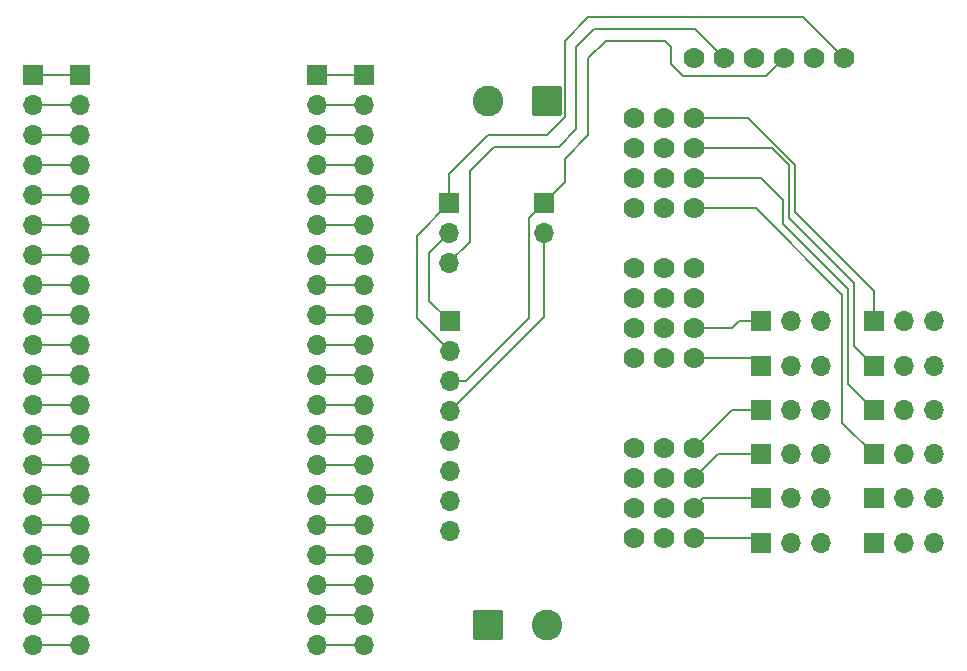
<source format=gbr>
%TF.GenerationSoftware,KiCad,Pcbnew,9.0.0*%
%TF.CreationDate,2025-03-26T16:26:24-04:00*%
%TF.ProjectId,spotmicro20mm,73706f74-6d69-4637-926f-32306d6d2e6b,rev?*%
%TF.SameCoordinates,Original*%
%TF.FileFunction,Copper,L1,Top*%
%TF.FilePolarity,Positive*%
%FSLAX46Y46*%
G04 Gerber Fmt 4.6, Leading zero omitted, Abs format (unit mm)*
G04 Created by KiCad (PCBNEW 9.0.0) date 2025-03-26 16:26:24*
%MOMM*%
%LPD*%
G01*
G04 APERTURE LIST*
G04 Aperture macros list*
%AMRoundRect*
0 Rectangle with rounded corners*
0 $1 Rounding radius*
0 $2 $3 $4 $5 $6 $7 $8 $9 X,Y pos of 4 corners*
0 Add a 4 corners polygon primitive as box body*
4,1,4,$2,$3,$4,$5,$6,$7,$8,$9,$2,$3,0*
0 Add four circle primitives for the rounded corners*
1,1,$1+$1,$2,$3*
1,1,$1+$1,$4,$5*
1,1,$1+$1,$6,$7*
1,1,$1+$1,$8,$9*
0 Add four rect primitives between the rounded corners*
20,1,$1+$1,$2,$3,$4,$5,0*
20,1,$1+$1,$4,$5,$6,$7,0*
20,1,$1+$1,$6,$7,$8,$9,0*
20,1,$1+$1,$8,$9,$2,$3,0*%
G04 Aperture macros list end*
%TA.AperFunction,ComponentPad*%
%ADD10R,1.700000X1.700000*%
%TD*%
%TA.AperFunction,ComponentPad*%
%ADD11O,1.700000X1.700000*%
%TD*%
%TA.AperFunction,ComponentPad*%
%ADD12RoundRect,0.250000X1.050000X1.050000X-1.050000X1.050000X-1.050000X-1.050000X1.050000X-1.050000X0*%
%TD*%
%TA.AperFunction,ComponentPad*%
%ADD13C,2.600000*%
%TD*%
%TA.AperFunction,ComponentPad*%
%ADD14RoundRect,0.250000X-1.050000X-1.050000X1.050000X-1.050000X1.050000X1.050000X-1.050000X1.050000X0*%
%TD*%
%TA.AperFunction,ComponentPad*%
%ADD15C,1.778000*%
%TD*%
%TA.AperFunction,Conductor*%
%ADD16C,0.200000*%
%TD*%
G04 APERTURE END LIST*
D10*
%TO.P,J9,1,Pin_1*%
%TO.N,/PWM-7*%
X146170000Y-88000000D03*
D11*
%TO.P,J9,2,Pin_2*%
%TO.N,/S2-PWR*%
X148710000Y-88000000D03*
%TO.P,J9,3,Pin_3*%
%TO.N,/S2-GND*%
X151250000Y-88000000D03*
%TD*%
D10*
%TO.P,J14,1,Pin_1*%
%TO.N,/ESP-32Pin*%
X88500000Y-63360000D03*
D11*
%TO.P,J14,2,Pin_2*%
X88500000Y-65900000D03*
%TO.P,J14,3,Pin_3*%
X88500000Y-68440000D03*
%TO.P,J14,4,Pin_4*%
X88500000Y-70980000D03*
%TO.P,J14,5,Pin_5*%
X88500000Y-73520000D03*
%TO.P,J14,6,Pin_6*%
X88500000Y-76060000D03*
%TO.P,J14,7,Pin_7*%
X88500000Y-78600000D03*
%TO.P,J14,8,Pin_8*%
X88500000Y-81140000D03*
%TO.P,J14,9,Pin_9*%
X88500000Y-83680000D03*
%TO.P,J14,10,Pin_10*%
X88500000Y-86220000D03*
%TO.P,J14,11,Pin_11*%
X88500000Y-88760000D03*
%TO.P,J14,12,Pin_12*%
X88500000Y-91300000D03*
%TO.P,J14,13,Pin_13*%
X88500000Y-93840000D03*
%TO.P,J14,14,Pin_14*%
X88500000Y-96380000D03*
%TO.P,J14,15,Pin_15*%
X88500000Y-98920000D03*
%TO.P,J14,16,Pin_16*%
X88500000Y-101460000D03*
%TO.P,J14,17,Pin_17*%
X88500000Y-104000000D03*
%TO.P,J14,18,Pin_18*%
X88500000Y-106540000D03*
%TO.P,J14,19,Pin_19*%
X88500000Y-109080000D03*
%TO.P,J14,20,Pin_20*%
X88500000Y-111620000D03*
%TD*%
D10*
%TO.P,J6,1,Pin_1*%
%TO.N,/PWM-4*%
X155670000Y-99250000D03*
D11*
%TO.P,J6,2,Pin_2*%
%TO.N,/S1-PWR*%
X158210000Y-99250000D03*
%TO.P,J6,3,Pin_3*%
%TO.N,/S1-GND*%
X160750000Y-99250000D03*
%TD*%
D10*
%TO.P,J18,1,Pin_1*%
%TO.N,/Global SCL*%
X127750000Y-74250000D03*
D11*
%TO.P,J18,2,Pin_2*%
%TO.N,/Global SDA*%
X127750000Y-76790000D03*
%TD*%
D12*
%TO.P,J21,1,Pin_1*%
%TO.N,/S2-PWR*%
X127993453Y-65577500D03*
D13*
%TO.P,J21,2,Pin_2*%
%TO.N,/S2-GND*%
X122993453Y-65577500D03*
%TD*%
D10*
%TO.P,J4,1,Pin_1*%
%TO.N,/PWM-2*%
X155670000Y-91750000D03*
D11*
%TO.P,J4,2,Pin_2*%
%TO.N,/S1-PWR*%
X158210000Y-91750000D03*
%TO.P,J4,3,Pin_3*%
%TO.N,/S1-GND*%
X160750000Y-91750000D03*
%TD*%
D10*
%TO.P,J17,1,Pin_1*%
%TO.N,/ESP-32Pin*%
X112500000Y-63400000D03*
D11*
%TO.P,J17,2,Pin_2*%
X112500000Y-65940000D03*
%TO.P,J17,3,Pin_3*%
X112500000Y-68480000D03*
%TO.P,J17,4,Pin_4*%
X112500000Y-71020000D03*
%TO.P,J17,5,Pin_5*%
X112500000Y-73560000D03*
%TO.P,J17,6,Pin_6*%
X112500000Y-76100000D03*
%TO.P,J17,7,Pin_7*%
X112500000Y-78640000D03*
%TO.P,J17,8,Pin_8*%
X112500000Y-81180000D03*
%TO.P,J17,9,Pin_9*%
X112500000Y-83720000D03*
%TO.P,J17,10,Pin_10*%
X112500000Y-86260000D03*
%TO.P,J17,11,Pin_11*%
X112500000Y-88800000D03*
%TO.P,J17,12,Pin_12*%
X112500000Y-91340000D03*
%TO.P,J17,13,Pin_13*%
X112500000Y-93880000D03*
%TO.P,J17,14,Pin_14*%
X112500000Y-96420000D03*
%TO.P,J17,15,Pin_15*%
X112500000Y-98960000D03*
%TO.P,J17,16,Pin_16*%
X112500000Y-101500000D03*
%TO.P,J17,17,Pin_17*%
X112500000Y-104040000D03*
%TO.P,J17,18,Pin_18*%
X112500000Y-106580000D03*
%TO.P,J17,19,Pin_19*%
X112500000Y-109120000D03*
%TO.P,J17,20,Pin_20*%
X112500000Y-111660000D03*
%TD*%
D10*
%TO.P,J13,1,Pin_1*%
%TO.N,/PWM-11*%
X146170000Y-103000000D03*
D11*
%TO.P,J13,2,Pin_2*%
%TO.N,/S2-PWR*%
X148710000Y-103000000D03*
%TO.P,J13,3,Pin_3*%
%TO.N,/S2-GND*%
X151250000Y-103000000D03*
%TD*%
D10*
%TO.P,J3,1,Pin_1*%
%TO.N,/PWM-1*%
X155670000Y-88000000D03*
D11*
%TO.P,J3,2,Pin_2*%
%TO.N,/S1-PWR*%
X158210000Y-88000000D03*
%TO.P,J3,3,Pin_3*%
%TO.N,/S1-GND*%
X160750000Y-88000000D03*
%TD*%
D10*
%TO.P,J15,1,Pin_1*%
%TO.N,/ESP-32Pin*%
X108500000Y-63400000D03*
D11*
%TO.P,J15,2,Pin_2*%
X108500000Y-65940000D03*
%TO.P,J15,3,Pin_3*%
X108500000Y-68480000D03*
%TO.P,J15,4,Pin_4*%
X108500000Y-71020000D03*
%TO.P,J15,5,Pin_5*%
X108500000Y-73560000D03*
%TO.P,J15,6,Pin_6*%
X108500000Y-76100000D03*
%TO.P,J15,7,Pin_7*%
X108500000Y-78640000D03*
%TO.P,J15,8,Pin_8*%
X108500000Y-81180000D03*
%TO.P,J15,9,Pin_9*%
X108500000Y-83720000D03*
%TO.P,J15,10,Pin_10*%
X108500000Y-86260000D03*
%TO.P,J15,11,Pin_11*%
X108500000Y-88800000D03*
%TO.P,J15,12,Pin_12*%
X108500000Y-91340000D03*
%TO.P,J15,13,Pin_13*%
X108500000Y-93880000D03*
%TO.P,J15,14,Pin_14*%
X108500000Y-96420000D03*
%TO.P,J15,15,Pin_15*%
X108500000Y-98960000D03*
%TO.P,J15,16,Pin_16*%
X108500000Y-101500000D03*
%TO.P,J15,17,Pin_17*%
X108500000Y-104040000D03*
%TO.P,J15,18,Pin_18*%
X108500000Y-106580000D03*
%TO.P,J15,19,Pin_19*%
X108500000Y-109120000D03*
%TO.P,J15,20,Pin_20*%
X108500000Y-111660000D03*
%TD*%
D10*
%TO.P,J11,1,Pin_1*%
%TO.N,/PWM-9*%
X146170000Y-95500000D03*
D11*
%TO.P,J11,2,Pin_2*%
%TO.N,/S2-PWR*%
X148710000Y-95500000D03*
%TO.P,J11,3,Pin_3*%
%TO.N,/S2-GND*%
X151250000Y-95500000D03*
%TD*%
D14*
%TO.P,J1,1,Pin_1*%
%TO.N,/S1-PWR*%
X123000000Y-110000000D03*
D13*
%TO.P,J1,2,Pin_2*%
%TO.N,/S1-GND*%
X128000000Y-110000000D03*
%TD*%
D10*
%TO.P,J16,1,Pin_1*%
%TO.N,/ESP-32Pin*%
X84500000Y-63360000D03*
D11*
%TO.P,J16,2,Pin_2*%
X84500000Y-65900000D03*
%TO.P,J16,3,Pin_3*%
X84500000Y-68440000D03*
%TO.P,J16,4,Pin_4*%
X84500000Y-70980000D03*
%TO.P,J16,5,Pin_5*%
X84500000Y-73520000D03*
%TO.P,J16,6,Pin_6*%
X84500000Y-76060000D03*
%TO.P,J16,7,Pin_7*%
X84500000Y-78600000D03*
%TO.P,J16,8,Pin_8*%
X84500000Y-81140000D03*
%TO.P,J16,9,Pin_9*%
X84500000Y-83680000D03*
%TO.P,J16,10,Pin_10*%
X84500000Y-86220000D03*
%TO.P,J16,11,Pin_11*%
X84500000Y-88760000D03*
%TO.P,J16,12,Pin_12*%
X84500000Y-91300000D03*
%TO.P,J16,13,Pin_13*%
X84500000Y-93840000D03*
%TO.P,J16,14,Pin_14*%
X84500000Y-96380000D03*
%TO.P,J16,15,Pin_15*%
X84500000Y-98920000D03*
%TO.P,J16,16,Pin_16*%
X84500000Y-101460000D03*
%TO.P,J16,17,Pin_17*%
X84500000Y-104000000D03*
%TO.P,J16,18,Pin_18*%
X84500000Y-106540000D03*
%TO.P,J16,19,Pin_19*%
X84500000Y-109080000D03*
%TO.P,J16,20,Pin_20*%
X84500000Y-111620000D03*
%TD*%
D10*
%TO.P,J8,1,Pin_1*%
%TO.N,/PWM-6*%
X146170000Y-84250000D03*
D11*
%TO.P,J8,2,Pin_2*%
%TO.N,/S2-PWR*%
X148710000Y-84250000D03*
%TO.P,J8,3,Pin_3*%
%TO.N,/S2-GND*%
X151250000Y-84250000D03*
%TD*%
D10*
%TO.P,J5,1,Pin_1*%
%TO.N,/PWM-3*%
X155670000Y-95500000D03*
D11*
%TO.P,J5,2,Pin_2*%
%TO.N,/S1-PWR*%
X158210000Y-95500000D03*
%TO.P,J5,3,Pin_3*%
%TO.N,/S1-GND*%
X160750000Y-95500000D03*
%TD*%
D10*
%TO.P,J10,1,Pin_1*%
%TO.N,/PWM-8*%
X146170000Y-91750000D03*
D11*
%TO.P,J10,2,Pin_2*%
%TO.N,/S2-PWR*%
X148710000Y-91750000D03*
%TO.P,J10,3,Pin_3*%
%TO.N,/S2-GND*%
X151250000Y-91750000D03*
%TD*%
D10*
%TO.P,J20,1,Pin_1*%
%TO.N,/ESP32-3v3*%
X119800000Y-84260000D03*
D11*
%TO.P,J20,2,Pin_2*%
%TO.N,/ESP32-GND*%
X119800000Y-86800000D03*
%TO.P,J20,3,Pin_3*%
%TO.N,/Global SCL*%
X119800000Y-89340000D03*
%TO.P,J20,4,Pin_4*%
%TO.N,/Global SDA*%
X119800000Y-91880000D03*
%TO.P,J20,5,Pin_5*%
%TO.N,unconnected-(J20-Pin_5-Pad5)*%
X119800000Y-94420000D03*
%TO.P,J20,6,Pin_6*%
%TO.N,unconnected-(J20-Pin_6-Pad6)*%
X119800000Y-96960000D03*
%TO.P,J20,7,Pin_7*%
%TO.N,unconnected-(J20-Pin_7-Pad7)*%
X119800000Y-99500000D03*
%TO.P,J20,8,Pin_8*%
%TO.N,unconnected-(J20-Pin_8-Pad8)*%
X119800000Y-102040000D03*
%TD*%
D10*
%TO.P,J12,1,Pin_1*%
%TO.N,/PWM-10*%
X146170000Y-99250000D03*
D11*
%TO.P,J12,2,Pin_2*%
%TO.N,/S2-PWR*%
X148710000Y-99250000D03*
%TO.P,J12,3,Pin_3*%
%TO.N,/S2-GND*%
X151250000Y-99250000D03*
%TD*%
D10*
%TO.P,J19,1,Pin_1*%
%TO.N,/ESP32-GND*%
X119750000Y-74210000D03*
D11*
%TO.P,J19,2,Pin_2*%
%TO.N,/ESP32-3v3*%
X119750000Y-76750000D03*
%TO.P,J19,3,Pin_3*%
%TO.N,/ESP32-5v*%
X119750000Y-79290000D03*
%TD*%
D10*
%TO.P,J7,1,Pin_1*%
%TO.N,/PWM-5*%
X155670000Y-103000000D03*
D11*
%TO.P,J7,2,Pin_2*%
%TO.N,/S1-PWR*%
X158210000Y-103000000D03*
%TO.P,J7,3,Pin_3*%
%TO.N,/S1-GND*%
X160750000Y-103000000D03*
%TD*%
D15*
%TO.P,U2,0,PWM_0*%
%TO.N,/PWM-0*%
X140440000Y-67050000D03*
%TO.P,U2,1,PWM_1*%
%TO.N,/PWM-1*%
X140440000Y-69590000D03*
%TO.P,U2,2,PWM_2*%
%TO.N,/PWM-2*%
X140440000Y-72130000D03*
%TO.P,U2,3,PWM_3*%
%TO.N,/PWM-3*%
X140440000Y-74670000D03*
%TO.P,U2,4,PWM_4*%
%TO.N,/PWM-4*%
X140440000Y-79750000D03*
%TO.P,U2,5,PWM_5*%
%TO.N,/PWM-5*%
X140440000Y-82290000D03*
%TO.P,U2,6,PWM_6*%
%TO.N,/PWM-6*%
X140440000Y-84830000D03*
%TO.P,U2,7,PWM_7*%
%TO.N,/PWM-7*%
X140440000Y-87370000D03*
%TO.P,U2,8,PWM_8*%
%TO.N,/PWM-8*%
X140440000Y-94990000D03*
%TO.P,U2,9,PWM_9*%
%TO.N,/PWM-9*%
X140440000Y-97530000D03*
%TO.P,U2,10,PWM_10*%
%TO.N,/PWM-10*%
X140440000Y-100070000D03*
%TO.P,U2,11,PWM_11*%
%TO.N,/PWM-11*%
X140440000Y-102610000D03*
%TO.P,U2,GND_1,GND*%
%TO.N,/ESP32-GND*%
X153140000Y-61970000D03*
%TO.P,U2,GND_3*%
%TO.N,N/C*%
X135360000Y-67050000D03*
%TO.P,U2,GND_4*%
X135360000Y-69590000D03*
%TO.P,U2,GND_5*%
X135360000Y-72130000D03*
%TO.P,U2,GND_6*%
X135360000Y-74670000D03*
%TO.P,U2,GND_7*%
X135360000Y-79750000D03*
%TO.P,U2,GND_8*%
X135360000Y-82290000D03*
%TO.P,U2,GND_9*%
X135360000Y-84830000D03*
%TO.P,U2,GND_10*%
X135360000Y-87370000D03*
%TO.P,U2,GND_11*%
X135360000Y-94990000D03*
%TO.P,U2,GND_12*%
X135360000Y-97530000D03*
%TO.P,U2,GND_13*%
X135360000Y-100070000D03*
%TO.P,U2,GND_14*%
X135360000Y-102610000D03*
%TO.P,U2,OE_1*%
X150600000Y-61970000D03*
%TO.P,U2,SCL_1,SCL*%
%TO.N,/Global SCL*%
X148060000Y-61970000D03*
%TO.P,U2,SDA_1,SDA*%
%TO.N,/Global SDA*%
X145520000Y-61970000D03*
%TO.P,U2,V+_1,V+*%
%TO.N,unconnected-(U2-V+-PadV+_1)*%
X140440000Y-61970000D03*
%TO.P,U2,V+_3*%
%TO.N,N/C*%
X137900000Y-67050000D03*
%TO.P,U2,V+_4*%
X137900000Y-69590000D03*
%TO.P,U2,V+_5*%
X137900000Y-72130000D03*
%TO.P,U2,V+_6*%
X137900000Y-74670000D03*
%TO.P,U2,V+_7*%
X137900000Y-79750000D03*
%TO.P,U2,V+_8*%
X137900000Y-82290000D03*
%TO.P,U2,V+_9*%
X137900000Y-84830000D03*
%TO.P,U2,V+_10*%
X137900000Y-87370000D03*
%TO.P,U2,V+_11*%
X137900000Y-94990000D03*
%TO.P,U2,V+_12*%
X137900000Y-97530000D03*
%TO.P,U2,V+_13*%
X137900000Y-100070000D03*
%TO.P,U2,V+_14*%
X137900000Y-102610000D03*
%TO.P,U2,VCC_1,VCC*%
%TO.N,/ESP32-5v*%
X142980000Y-61970000D03*
%TD*%
D10*
%TO.P,J2,1,Pin_1*%
%TO.N,/PWM-0*%
X155670000Y-84250000D03*
D11*
%TO.P,J2,2,Pin_2*%
%TO.N,/S1-PWR*%
X158210000Y-84250000D03*
%TO.P,J2,3,Pin_3*%
%TO.N,/S1-GND*%
X160750000Y-84250000D03*
%TD*%
D16*
%TO.N,/PWM-0*%
X149000000Y-71000000D02*
X149000000Y-75000000D01*
X145050000Y-67050000D02*
X149000000Y-71000000D01*
X149000000Y-75000000D02*
X155670000Y-81670000D01*
X140440000Y-67050000D02*
X145050000Y-67050000D01*
X155670000Y-81670000D02*
X155670000Y-84250000D01*
%TO.N,/PWM-1*%
X148467157Y-71032843D02*
X148467157Y-75467157D01*
X148467157Y-75467157D02*
X154000000Y-81000000D01*
X154000000Y-86330000D02*
X155670000Y-88000000D01*
X147024314Y-69590000D02*
X148467157Y-71032843D01*
X154000000Y-81000000D02*
X154000000Y-86330000D01*
X140440000Y-69590000D02*
X147024314Y-69590000D01*
%TO.N,/PWM-2*%
X155670000Y-91750000D02*
X153500000Y-89580000D01*
X153500000Y-89580000D02*
X153500000Y-81500000D01*
X148000000Y-74000000D02*
X146130000Y-72130000D01*
X146130000Y-72130000D02*
X140440000Y-72130000D01*
X148000000Y-76000000D02*
X148000000Y-74000000D01*
X153500000Y-81500000D02*
X148000000Y-76000000D01*
%TO.N,/PWM-3*%
X153000000Y-92830000D02*
X155670000Y-95500000D01*
X145670000Y-74670000D02*
X153000000Y-82000000D01*
X140440000Y-74670000D02*
X145670000Y-74670000D01*
X153000000Y-82000000D02*
X153000000Y-92830000D01*
%TO.N,/PWM-6*%
X143670000Y-84830000D02*
X144250000Y-84250000D01*
X140440000Y-84830000D02*
X143670000Y-84830000D01*
X144250000Y-84250000D02*
X146170000Y-84250000D01*
%TO.N,/PWM-7*%
X145540000Y-87370000D02*
X146170000Y-88000000D01*
X140440000Y-87370000D02*
X145540000Y-87370000D01*
%TO.N,/PWM-8*%
X143680000Y-91750000D02*
X146170000Y-91750000D01*
X140440000Y-94990000D02*
X143680000Y-91750000D01*
%TO.N,/PWM-9*%
X142470000Y-95500000D02*
X146170000Y-95500000D01*
X140440000Y-97530000D02*
X142470000Y-95500000D01*
%TO.N,/PWM-10*%
X140440000Y-100070000D02*
X141260000Y-99250000D01*
X141260000Y-99250000D02*
X146170000Y-99250000D01*
%TO.N,/PWM-11*%
X145780000Y-102610000D02*
X146170000Y-103000000D01*
X140440000Y-102610000D02*
X145780000Y-102610000D01*
%TO.N,/ESP-32Pin*%
X88500000Y-88760000D02*
X84500000Y-88760000D01*
X112500000Y-68480000D02*
X108500000Y-68480000D01*
X88500000Y-98920000D02*
X84500000Y-98920000D01*
X108500000Y-83720000D02*
X112500000Y-83720000D01*
X84500000Y-73520000D02*
X88500000Y-73520000D01*
X112500000Y-101500000D02*
X108500000Y-101500000D01*
X112500000Y-96420000D02*
X108500000Y-96420000D01*
X112500000Y-76100000D02*
X108500000Y-76100000D01*
X88500000Y-65900000D02*
X84500000Y-65900000D01*
X84500000Y-93840000D02*
X88500000Y-93840000D01*
X108500000Y-98960000D02*
X112500000Y-98960000D01*
X84500000Y-101460000D02*
X88500000Y-101460000D01*
X112500000Y-81180000D02*
X108500000Y-81180000D01*
X108500000Y-71020000D02*
X112500000Y-71020000D01*
X112500000Y-104040000D02*
X108500000Y-104040000D01*
X112500000Y-86260000D02*
X108500000Y-86260000D01*
X112500000Y-106580000D02*
X108500000Y-106580000D01*
X108500000Y-93880000D02*
X112500000Y-93880000D01*
X88500000Y-106540000D02*
X84500000Y-106540000D01*
X108500000Y-88800000D02*
X112500000Y-88800000D01*
X112500000Y-91340000D02*
X108500000Y-91340000D01*
X112500000Y-111660000D02*
X108500000Y-111660000D01*
X88500000Y-111620000D02*
X84500000Y-111620000D01*
X88500000Y-91300000D02*
X84500000Y-91300000D01*
X108500000Y-73560000D02*
X112500000Y-73560000D01*
X88500000Y-76060000D02*
X84500000Y-76060000D01*
X108500000Y-109120000D02*
X112500000Y-109120000D01*
X84500000Y-78600000D02*
X88500000Y-78600000D01*
X88500000Y-104000000D02*
X84500000Y-104000000D01*
X84500000Y-63360000D02*
X88500000Y-63360000D01*
X88500000Y-96380000D02*
X84500000Y-96380000D01*
X108500000Y-78640000D02*
X112500000Y-78640000D01*
X88500000Y-70980000D02*
X84500000Y-70980000D01*
X84500000Y-68440000D02*
X88500000Y-68440000D01*
X84500000Y-86220000D02*
X88500000Y-86220000D01*
X84500000Y-109080000D02*
X88500000Y-109080000D01*
X88500000Y-81140000D02*
X84500000Y-81140000D01*
X88500000Y-83680000D02*
X84500000Y-83680000D01*
X108500000Y-65940000D02*
X112500000Y-65940000D01*
X108500000Y-63400000D02*
X112500000Y-63400000D01*
%TO.N,/Global SDA*%
X127750000Y-83930000D02*
X119800000Y-91880000D01*
X127750000Y-76790000D02*
X127750000Y-83930000D01*
%TO.N,/Global SCL*%
X129500000Y-70500000D02*
X131500000Y-68500000D01*
X129500000Y-72500000D02*
X129500000Y-70500000D01*
X146530000Y-63500000D02*
X148060000Y-61970000D01*
X133000000Y-60500000D02*
X138000000Y-60500000D01*
X139500000Y-63500000D02*
X146530000Y-63500000D01*
X138500000Y-61000000D02*
X138500000Y-62500000D01*
X131500000Y-62000000D02*
X133000000Y-60500000D01*
X138000000Y-60500000D02*
X138500000Y-61000000D01*
X127750000Y-74250000D02*
X126500000Y-75500000D01*
X126500000Y-84000000D02*
X121160000Y-89340000D01*
X121160000Y-89340000D02*
X119800000Y-89340000D01*
X131500000Y-68500000D02*
X131500000Y-62000000D01*
X126500000Y-75500000D02*
X126500000Y-84000000D01*
X127750000Y-74250000D02*
X129500000Y-72500000D01*
X138500000Y-62500000D02*
X139500000Y-63500000D01*
%TO.N,/ESP32-5v*%
X129000000Y-69500000D02*
X130500000Y-68000000D01*
X130500000Y-68000000D02*
X130500000Y-61000000D01*
X130500000Y-61000000D02*
X132000000Y-59500000D01*
X119750000Y-79250000D02*
X121500000Y-77500000D01*
X121500000Y-71500000D02*
X123500000Y-69500000D01*
X119750000Y-79290000D02*
X119750000Y-79250000D01*
X123500000Y-69500000D02*
X129000000Y-69500000D01*
X140510000Y-59500000D02*
X142980000Y-61970000D01*
X121500000Y-77500000D02*
X121500000Y-71500000D01*
X132000000Y-59500000D02*
X140510000Y-59500000D01*
%TO.N,/ESP32-GND*%
X119750000Y-71750000D02*
X123000000Y-68500000D01*
X123000000Y-68500000D02*
X128000000Y-68500000D01*
X129500000Y-60500000D02*
X131500000Y-58500000D01*
X119750000Y-74210000D02*
X119750000Y-74250000D01*
X119750000Y-74210000D02*
X119750000Y-71750000D01*
X149670000Y-58500000D02*
X153140000Y-61970000D01*
X119750000Y-74250000D02*
X117000000Y-77000000D01*
X128000000Y-68500000D02*
X129500000Y-67000000D01*
X129500000Y-67000000D02*
X129500000Y-60500000D01*
X117000000Y-77000000D02*
X117000000Y-84000000D01*
X117000000Y-84000000D02*
X119800000Y-86800000D01*
X131500000Y-58500000D02*
X149670000Y-58500000D01*
%TO.N,/ESP32-3v3*%
X118040000Y-82500000D02*
X119800000Y-84260000D01*
X119750000Y-76750000D02*
X118000000Y-78500000D01*
X118000000Y-78500000D02*
X118000000Y-82500000D01*
X118000000Y-82500000D02*
X118040000Y-82500000D01*
%TD*%
M02*

</source>
